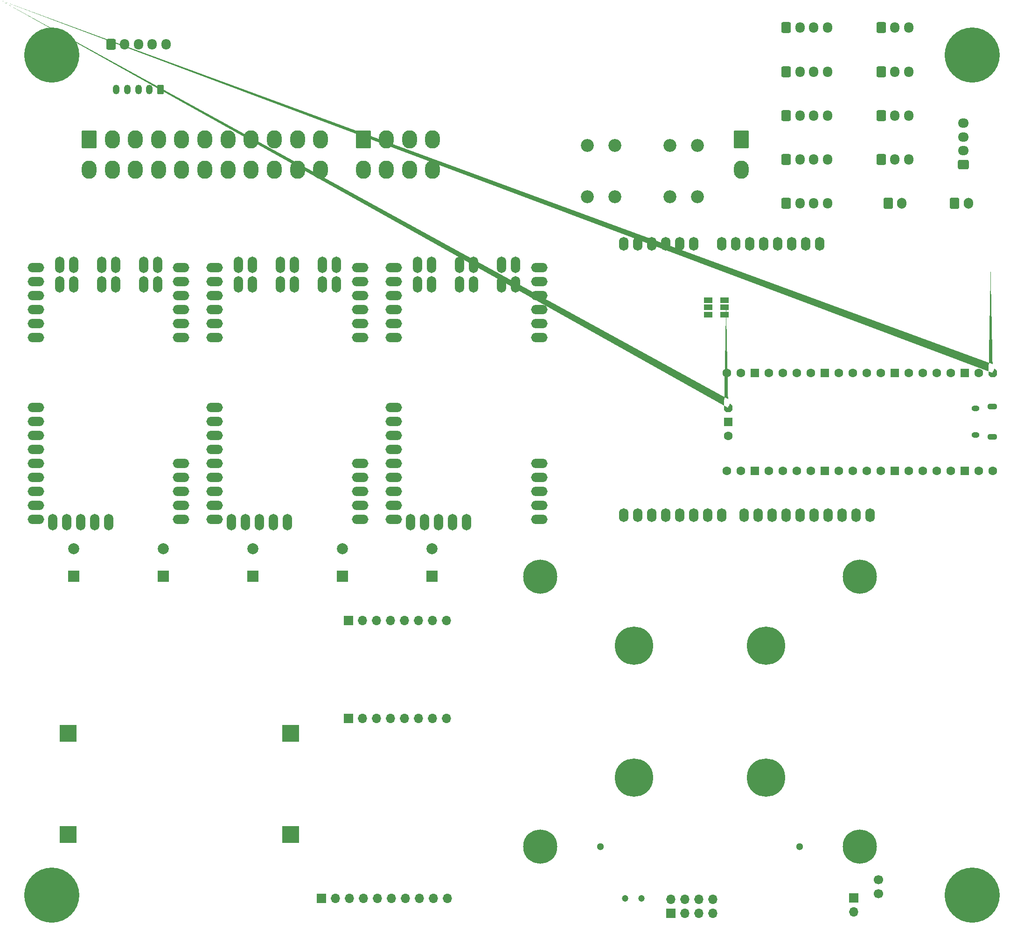
<source format=gbr>
%TF.GenerationSoftware,KiCad,Pcbnew,7.0.11+1*%
%TF.CreationDate,2024-04-25T18:59:41+00:00*%
%TF.ProjectId,OpenMowerMainboard,4f70656e-4d6f-4776-9572-4d61696e626f,rev?*%
%TF.SameCoordinates,Original*%
%TF.FileFunction,Soldermask,Bot*%
%TF.FilePolarity,Negative*%
%FSLAX46Y46*%
G04 Gerber Fmt 4.6, Leading zero omitted, Abs format (unit mm)*
G04 Created by KiCad (PCBNEW 7.0.11+1) date 2024-04-25 18:59:41*
%MOMM*%
%LPD*%
G01*
G04 APERTURE LIST*
G04 Aperture macros list*
%AMRoundRect*
0 Rectangle with rounded corners*
0 $1 Rounding radius*
0 $2 $3 $4 $5 $6 $7 $8 $9 X,Y pos of 4 corners*
0 Add a 4 corners polygon primitive as box body*
4,1,4,$2,$3,$4,$5,$6,$7,$8,$9,$2,$3,0*
0 Add four circle primitives for the rounded corners*
1,1,$1+$1,$2,$3*
1,1,$1+$1,$4,$5*
1,1,$1+$1,$6,$7*
1,1,$1+$1,$8,$9*
0 Add four rect primitives between the rounded corners*
20,1,$1+$1,$2,$3,$4,$5,0*
20,1,$1+$1,$4,$5,$6,$7,0*
20,1,$1+$1,$6,$7,$8,$9,0*
20,1,$1+$1,$8,$9,$2,$3,0*%
%AMFreePoly0*
4,1,58,0.281242,0.792533,0.314585,0.788777,0.324216,0.782725,0.335306,0.780194,0.361541,0.759271,0.389950,0.741421,0.741421,0.389950,0.759271,0.361541,0.780194,0.335306,0.782725,0.324216,0.788777,0.314585,0.792533,0.281242,0.800000,0.248529,0.800000,-0.248529,0.792533,-0.281242,0.788777,-0.314585,0.782725,-0.324216,0.780194,-0.335306,0.759271,-0.361541,0.741421,-0.389950,
0.389950,-0.741421,0.361541,-0.759271,0.335306,-0.780194,0.324216,-0.782725,0.314585,-0.788777,0.281242,-0.792533,0.248529,-0.800000,0.000000,-0.800000,-0.248529,-0.800000,-0.281242,-0.792533,-0.314585,-0.788777,-0.324216,-0.782725,-0.335306,-0.780194,-0.361541,-0.759271,-0.389950,-0.741421,-0.741421,-0.389950,-0.759271,-0.361541,-0.780194,-0.335306,-0.782725,-0.324216,-0.788777,-0.314585,
-0.792533,-0.281242,-0.800000,-0.248529,-0.800000,0.248529,-0.792533,0.281242,-0.788777,0.314585,-0.782725,0.324216,-0.780194,0.335306,-0.759271,0.361541,-0.741421,0.389950,-0.389950,0.741421,-0.361541,0.759271,-0.335306,0.780194,-0.324216,0.782725,-0.314585,0.788777,-0.281242,0.792533,-0.248529,0.800000,0.248529,0.800000,0.281242,0.792533,0.281242,0.792533,$1*%
G04 Aperture macros list end*
%ADD10RoundRect,0.250001X-1.099999X-1.399999X1.099999X-1.399999X1.099999X1.399999X-1.099999X1.399999X0*%
%ADD11O,2.700000X3.300000*%
%ADD12RoundRect,0.250000X-0.600000X-0.725000X0.600000X-0.725000X0.600000X0.725000X-0.600000X0.725000X0*%
%ADD13O,1.700000X1.950000*%
%ADD14RoundRect,0.249999X0.350001X0.625001X-0.350001X0.625001X-0.350001X-0.625001X0.350001X-0.625001X0*%
%ADD15O,1.200000X1.750000*%
%ADD16C,0.900000*%
%ADD17C,10.000000*%
%ADD18O,3.000000X1.700000*%
%ADD19O,1.700000X3.000000*%
%ADD20R,2.000000X2.000000*%
%ADD21C,2.000000*%
%ADD22C,6.950000*%
%ADD23C,2.350000*%
%ADD24R,1.700000X1.700000*%
%ADD25O,1.700000X1.700000*%
%ADD26R,3.048000X3.048000*%
%ADD27C,6.200000*%
%ADD28C,1.300000*%
%ADD29RoundRect,0.250000X-0.600000X-0.750000X0.600000X-0.750000X0.600000X0.750000X-0.600000X0.750000X0*%
%ADD30O,1.700000X2.000000*%
%ADD31RoundRect,0.250000X0.725000X-0.600000X0.725000X0.600000X-0.725000X0.600000X-0.725000X-0.600000X0*%
%ADD32O,1.950000X1.700000*%
%ADD33C,1.200000*%
%ADD34O,1.800000X1.100000*%
%ADD35O,1.450000X1.050000*%
%ADD36FreePoly0,270.000000*%
%ADD37C,1.600000*%
%ADD38RoundRect,0.200000X-0.600000X0.600000X-0.600000X-0.600000X0.600000X-0.600000X0.600000X0.600000X0*%
%ADD39C,1.700000*%
%ADD40O,1.727200X2.500000*%
%ADD41R,1.500000X1.000000*%
G04 APERTURE END LIST*
D10*
%TO.C,J1*%
X33250000Y-45250000D03*
D11*
X37450000Y-45250000D03*
X41650000Y-45250000D03*
X45850000Y-45250000D03*
X50050000Y-45250000D03*
X54250000Y-45250000D03*
X58450000Y-45250000D03*
X62650000Y-45250000D03*
X66850000Y-45250000D03*
X71050000Y-45250000D03*
X75250000Y-45250000D03*
X33250000Y-50750000D03*
X37450000Y-50750000D03*
X41650000Y-50750000D03*
X45850000Y-50750000D03*
X50050000Y-50750000D03*
X54250000Y-50750000D03*
X58450000Y-50750000D03*
X62650000Y-50750000D03*
X66850000Y-50750000D03*
X71050000Y-50750000D03*
X75250000Y-50750000D03*
%TD*%
D10*
%TO.C,J2*%
X83000000Y-45250000D03*
D11*
X87200000Y-45250000D03*
X91400000Y-45250000D03*
X95600000Y-45250000D03*
X83000000Y-50750000D03*
X87200000Y-50750000D03*
X91400000Y-50750000D03*
X95600000Y-50750000D03*
%TD*%
D10*
%TO.C,J3*%
X151600000Y-45250000D03*
D11*
X151600000Y-50750000D03*
%TD*%
D12*
%TO.C,J13*%
X177000000Y-40935000D03*
D13*
X179500000Y-40935000D03*
X182000000Y-40935000D03*
%TD*%
D12*
%TO.C,J14*%
X177000000Y-48902500D03*
D13*
X179500000Y-48902500D03*
X182000000Y-48902500D03*
%TD*%
D12*
%TO.C,J5*%
X159750000Y-25000000D03*
D13*
X162250000Y-25000000D03*
X164750000Y-25000000D03*
X167250000Y-25000000D03*
%TD*%
D12*
%TO.C,J6*%
X159750000Y-32967500D03*
D13*
X162250000Y-32967500D03*
X164750000Y-32967500D03*
X167250000Y-32967500D03*
%TD*%
D12*
%TO.C,J7*%
X159750000Y-40935000D03*
D13*
X162250000Y-40935000D03*
X164750000Y-40935000D03*
X167250000Y-40935000D03*
%TD*%
D12*
%TO.C,J8*%
X159750000Y-48902500D03*
D13*
X162250000Y-48902500D03*
X164750000Y-48902500D03*
X167250000Y-48902500D03*
%TD*%
D12*
%TO.C,J9*%
X159750000Y-56870000D03*
D13*
X162250000Y-56870000D03*
X164750000Y-56870000D03*
X167250000Y-56870000D03*
%TD*%
D12*
%TO.C,J12*%
X177000000Y-32967500D03*
D13*
X179500000Y-32967500D03*
X182000000Y-32967500D03*
%TD*%
D14*
%TO.C,J10*%
X46196000Y-36195000D03*
D15*
X44196000Y-36195000D03*
X42196000Y-36195000D03*
X40196000Y-36195000D03*
X38196000Y-36195000D03*
%TD*%
D12*
%TO.C,J11*%
X177000000Y-25000000D03*
D13*
X179500000Y-25000000D03*
X182000000Y-25000000D03*
%TD*%
D16*
%TO.C,H1*%
X22750000Y-30000000D03*
X23848350Y-27348350D03*
X23848350Y-32651650D03*
X26500000Y-26250000D03*
D17*
X26500000Y-30000000D03*
D16*
X26500000Y-33750000D03*
X29151650Y-27348350D03*
X29151650Y-32651650D03*
X30250000Y-30000000D03*
%TD*%
%TO.C,H2*%
X22750000Y-182500000D03*
X23848350Y-179848350D03*
X23848350Y-185151650D03*
X26500000Y-178750000D03*
D17*
X26500000Y-182500000D03*
D16*
X26500000Y-186250000D03*
X29151650Y-179848350D03*
X29151650Y-185151650D03*
X30250000Y-182500000D03*
%TD*%
%TO.C,H3*%
X189750000Y-30000000D03*
X190848350Y-27348350D03*
X190848350Y-32651650D03*
X193500000Y-26250000D03*
D17*
X193500000Y-30000000D03*
D16*
X193500000Y-33750000D03*
X196151650Y-27348350D03*
X196151650Y-32651650D03*
X197250000Y-30000000D03*
%TD*%
%TO.C,H4*%
X189750000Y-182500000D03*
X190848350Y-179848350D03*
X190848350Y-185151650D03*
X193500000Y-178750000D03*
D17*
X193500000Y-182500000D03*
D16*
X193500000Y-186250000D03*
X196151650Y-179848350D03*
X196151650Y-185151650D03*
X197250000Y-182500000D03*
%TD*%
D18*
%TO.C,U5*%
X56060000Y-111775000D03*
X56060000Y-109235000D03*
X56060000Y-104155000D03*
X56060000Y-101615000D03*
X56060000Y-99075000D03*
X56060000Y-106695000D03*
X56060000Y-76215000D03*
X82460000Y-76215000D03*
X56060000Y-73675000D03*
X82460000Y-73675000D03*
X56060000Y-96535000D03*
D19*
X59100000Y-114815000D03*
X61640000Y-114815000D03*
X66720000Y-114815000D03*
X69260000Y-114815000D03*
D18*
X82460000Y-114315000D03*
X82460000Y-111775000D03*
X82460000Y-109235000D03*
X82460000Y-106695000D03*
X56060000Y-114315000D03*
D19*
X64180000Y-114815000D03*
D18*
X82460000Y-104155000D03*
X56060000Y-93995000D03*
X56060000Y-71135000D03*
X82460000Y-71135000D03*
X56060000Y-68595000D03*
X82460000Y-68595000D03*
D19*
X75610000Y-71635000D03*
X78150000Y-71635000D03*
X75610000Y-68095000D03*
X78150000Y-68095000D03*
X67990000Y-71635000D03*
X70530000Y-71635000D03*
X67990000Y-68095000D03*
X70530000Y-68095000D03*
D18*
X56060000Y-81295000D03*
X82460000Y-81295000D03*
X56060000Y-78755000D03*
X82460000Y-78755000D03*
D19*
X60370000Y-71635000D03*
X62910000Y-71635000D03*
X60370000Y-68095000D03*
X62910000Y-68095000D03*
%TD*%
D20*
%TO.C,C3*%
X79235005Y-124612400D03*
D21*
X79235005Y-119612400D03*
%TD*%
D22*
%TO.C,MH6*%
X132100000Y-161200000D03*
%TD*%
D23*
%TO.C,F4*%
X123675000Y-55700000D03*
X128675000Y-55700000D03*
X138675000Y-55700000D03*
X143675000Y-55700000D03*
%TD*%
D20*
%TO.C,C2*%
X30428020Y-124612400D03*
D21*
X30428020Y-119612400D03*
%TD*%
D18*
%TO.C,U4*%
X23560000Y-111775000D03*
X23560000Y-109235000D03*
X23560000Y-104155000D03*
X23560000Y-101615000D03*
X23560000Y-99075000D03*
X23560000Y-106695000D03*
X23560000Y-76215000D03*
X49960000Y-76215000D03*
X23560000Y-73675000D03*
X49960000Y-73675000D03*
X23560000Y-96535000D03*
D19*
X26600000Y-114815000D03*
X29140000Y-114815000D03*
X34220000Y-114815000D03*
X36760000Y-114815000D03*
D18*
X49960000Y-114315000D03*
X49960000Y-111775000D03*
X49960000Y-109235000D03*
X49960000Y-106695000D03*
X23560000Y-114315000D03*
D19*
X31680000Y-114815000D03*
D18*
X49960000Y-104155000D03*
X23560000Y-93995000D03*
X23560000Y-71135000D03*
X49960000Y-71135000D03*
X23560000Y-68595000D03*
X49960000Y-68595000D03*
D19*
X43110000Y-71635000D03*
X45650000Y-71635000D03*
X43110000Y-68095000D03*
X45650000Y-68095000D03*
X35490000Y-71635000D03*
X38030000Y-71635000D03*
X35490000Y-68095000D03*
X38030000Y-68095000D03*
D18*
X23560000Y-81295000D03*
X49960000Y-81295000D03*
X23560000Y-78755000D03*
X49960000Y-78755000D03*
D19*
X27870000Y-71635000D03*
X30410000Y-71635000D03*
X27870000Y-68095000D03*
X30410000Y-68095000D03*
%TD*%
D24*
%TO.C,J20*%
X75392200Y-183083200D03*
D25*
X77932200Y-183083200D03*
X80472200Y-183083200D03*
X83012200Y-183083200D03*
X85552200Y-183083200D03*
X88092200Y-183083200D03*
X90632200Y-183083200D03*
X93172200Y-183083200D03*
X95712200Y-183083200D03*
X98252200Y-183083200D03*
%TD*%
D22*
%TO.C,MH7*%
X132100000Y-137200000D03*
%TD*%
D18*
%TO.C,U6*%
X88560000Y-111775000D03*
X88560000Y-109235000D03*
X88560000Y-104155000D03*
X88560000Y-101615000D03*
X88560000Y-99075000D03*
X88560000Y-106695000D03*
X88560000Y-76215000D03*
X114960000Y-76215000D03*
X88560000Y-73675000D03*
X114960000Y-73675000D03*
X88560000Y-96535000D03*
D19*
X91600000Y-114815000D03*
X94140000Y-114815000D03*
X99220000Y-114815000D03*
X101760000Y-114815000D03*
D18*
X114960000Y-114315000D03*
X114960000Y-111775000D03*
X114960000Y-109235000D03*
X114960000Y-106695000D03*
X88560000Y-114315000D03*
D19*
X96680000Y-114815000D03*
D18*
X114960000Y-104155000D03*
X88560000Y-93995000D03*
X88560000Y-71135000D03*
X114960000Y-71135000D03*
X88560000Y-68595000D03*
X114960000Y-68595000D03*
D19*
X108110000Y-71635000D03*
X110650000Y-71635000D03*
X108110000Y-68095000D03*
X110650000Y-68095000D03*
X100490000Y-71635000D03*
X103030000Y-71635000D03*
X100490000Y-68095000D03*
X103030000Y-68095000D03*
D18*
X88560000Y-81295000D03*
X114960000Y-81295000D03*
X88560000Y-78755000D03*
X114960000Y-78755000D03*
D19*
X92870000Y-71635000D03*
X95410000Y-71635000D03*
X92870000Y-68095000D03*
X95410000Y-68095000D03*
%TD*%
D22*
%TO.C,MH5*%
X156100000Y-161200000D03*
%TD*%
D23*
%TO.C,F2*%
X123675000Y-46350000D03*
X128675000Y-46350000D03*
X138675000Y-46350000D03*
X143675000Y-46350000D03*
%TD*%
D20*
%TO.C,C6*%
X46697015Y-124612400D03*
D21*
X46697015Y-119612400D03*
%TD*%
D12*
%TO.C,J4*%
X37200000Y-28000000D03*
D13*
X39700000Y-28000000D03*
X42200000Y-28000000D03*
X44700000Y-28000000D03*
X47200000Y-28000000D03*
%TD*%
D26*
%TO.C,U1*%
X29450000Y-171524000D03*
X29450000Y-153124000D03*
X69850000Y-153124000D03*
X69850000Y-171524000D03*
%TD*%
D27*
%TO.C,MH3*%
X115100000Y-124700000D03*
%TD*%
D28*
%TO.C,J21*%
X126000000Y-173700000D03*
X162200000Y-173700000D03*
%TD*%
D20*
%TO.C,C7*%
X62966010Y-124612400D03*
D21*
X62966010Y-119612400D03*
%TD*%
D20*
%TO.C,C8*%
X95504000Y-124612400D03*
D21*
X95504000Y-119612400D03*
%TD*%
D29*
%TO.C,J18*%
X190320000Y-56870000D03*
D30*
X192820000Y-56870000D03*
%TD*%
D27*
%TO.C,MH4*%
X173100000Y-124700000D03*
%TD*%
D29*
%TO.C,J17*%
X178250000Y-56870000D03*
D30*
X180750000Y-56870000D03*
%TD*%
D31*
%TO.C,J19*%
X191870000Y-49852500D03*
D32*
X191870000Y-47352500D03*
X191870000Y-44852500D03*
X191870000Y-42352500D03*
%TD*%
D33*
%TO.C,SW1*%
X130500000Y-183097500D03*
X133500000Y-183097500D03*
%TD*%
D27*
%TO.C,MH2*%
X115100000Y-173700000D03*
%TD*%
D22*
%TO.C,MH8*%
X156100000Y-137200000D03*
%TD*%
D34*
%TO.C,U11*%
X197136544Y-93837104D03*
D35*
X194106544Y-94137104D03*
X194106544Y-98987104D03*
D34*
X197136544Y-99287104D03*
D36*
X197266544Y-87672104D03*
D37*
X194726544Y-87672104D03*
D38*
X192186544Y-87672104D03*
D37*
X189646544Y-87672104D03*
X187106544Y-87672104D03*
X184566544Y-87672104D03*
X182026544Y-87672104D03*
D38*
X179486544Y-87672104D03*
D37*
X176946544Y-87672104D03*
X174406544Y-87672104D03*
X171866544Y-87672104D03*
X169326544Y-87672104D03*
D38*
X166786544Y-87672104D03*
D37*
X164246544Y-87672104D03*
X161706544Y-87672104D03*
X159166544Y-87672104D03*
X156626544Y-87672104D03*
D38*
X154086544Y-87672104D03*
D37*
X151546544Y-87672104D03*
X149006544Y-87672104D03*
X149006544Y-105452104D03*
X151546544Y-105452104D03*
D38*
X154086544Y-105452104D03*
D37*
X156626544Y-105452104D03*
X159166544Y-105452104D03*
X161706544Y-105452104D03*
X164246544Y-105452104D03*
D38*
X166786544Y-105452104D03*
D37*
X169326544Y-105452104D03*
X171866544Y-105452104D03*
X174406544Y-105452104D03*
X176946544Y-105452104D03*
D38*
X179486544Y-105452104D03*
D37*
X182026544Y-105452104D03*
X184566544Y-105452104D03*
X187106544Y-105452104D03*
X189646544Y-105452104D03*
D38*
X192186544Y-105452104D03*
D37*
X194726544Y-105452104D03*
X197266544Y-105452104D03*
D36*
X149236544Y-94022104D03*
D38*
X149236544Y-96562104D03*
D37*
X149236544Y-99102104D03*
%TD*%
D39*
%TO.C,SW2*%
X176479200Y-182270400D03*
X176479200Y-179730400D03*
%TD*%
D24*
%TO.C,J23*%
X80314800Y-132689600D03*
D25*
X82854800Y-132689600D03*
X85394800Y-132689600D03*
X87934800Y-132689600D03*
X90474800Y-132689600D03*
X93014800Y-132689600D03*
X95554800Y-132689600D03*
X98094800Y-132689600D03*
%TD*%
D24*
%TO.C,J16*%
X80314800Y-150469600D03*
D25*
X82854800Y-150469600D03*
X85394800Y-150469600D03*
X87934800Y-150469600D03*
X90474800Y-150469600D03*
X93014800Y-150469600D03*
X95554800Y-150469600D03*
X98094800Y-150469600D03*
%TD*%
D24*
%TO.C,J22*%
X138800000Y-185800000D03*
D25*
X138800000Y-183260000D03*
X141340000Y-185800000D03*
X141340000Y-183260000D03*
X143880000Y-185800000D03*
X143880000Y-183260000D03*
X146420000Y-185800000D03*
X146420000Y-183260000D03*
%TD*%
D27*
%TO.C,MH1*%
X173100000Y-173700000D03*
%TD*%
D40*
%TO.C,XA1*%
X165860000Y-64240000D03*
X158240000Y-64240000D03*
X155700000Y-64240000D03*
X143000000Y-64240000D03*
X140460000Y-64240000D03*
X137920000Y-64240000D03*
X135380000Y-64240000D03*
X132840000Y-64240000D03*
X130300000Y-64240000D03*
X169924000Y-113500000D03*
X130300000Y-113500000D03*
X132840000Y-113500000D03*
X135380000Y-113500000D03*
X137920000Y-113500000D03*
X140460000Y-113500000D03*
X143000000Y-113500000D03*
X145540000Y-113500000D03*
X148080000Y-113500000D03*
X152144000Y-113500000D03*
X154684000Y-113500000D03*
X157224000Y-113500000D03*
X159764000Y-113500000D03*
X162304000Y-113500000D03*
X164844000Y-113500000D03*
X167384000Y-113500000D03*
X153160000Y-64240000D03*
X150620000Y-64240000D03*
X163320000Y-64240000D03*
X160780000Y-64240000D03*
X175004000Y-113500000D03*
X172464000Y-113500000D03*
X148080000Y-64240000D03*
%TD*%
D41*
%TO.C,JP3*%
X145600000Y-77100000D03*
X145600000Y-75800000D03*
X145600000Y-74500000D03*
%TD*%
D24*
%TO.C,M1*%
X172000000Y-183000000D03*
D25*
X172000000Y-185540000D03*
%TD*%
D41*
%TO.C,JP2*%
X148600000Y-74500000D03*
X148600000Y-75800000D03*
X148600000Y-77100000D03*
%TD*%
M02*

</source>
